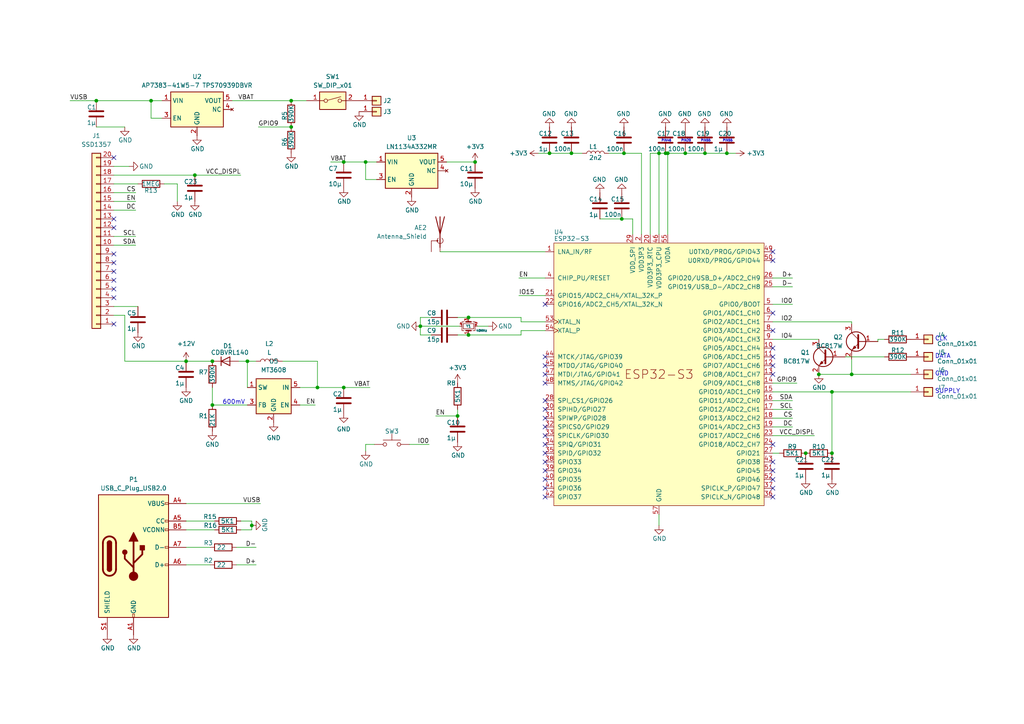
<source format=kicad_sch>
(kicad_sch (version 20230121) (generator eeschema)
  (paper "A4")
  (lib_symbols
    (symbol "Connector:USB_C_Plug_USB2.0" (pin_names (offset 1.016))
      (property "Reference" "P" (at -10.16 19.05 0))
      (property "Value" "USB_C_Plug_USB2.0" (at 12.7 19.05 0))
      (symbol "USB_C_Plug_USB2.0_1_1"
        (pin passive line (at 0 -22.86 90) (length 5.08) (name "GND") (number "A1"))
        (pin passive line (at 0 -22.86 90) (length 5.08) hide (name "GND") (number "A12"))
        (pin passive line (at 15.24 15.24 180) (length 5.08) (name "VBUS") (number "A4"))
        (pin bidirectional line (at 15.24 10.16 180) (length 5.08) (name "CC") (number "A5"))
        (pin bidirectional line (at 15.24 -2.54 180) (length 5.08) (name "D+") (number "A6"))
        (pin bidirectional line (at 15.24 2.54 180) (length 5.08) (name "D-") (number "A7"))
        (pin passive line (at 15.24 15.24 180) (length 5.08) hide (name "VBUS") (number "A9"))
        (pin passive line (at 0 -22.86 90) (length 5.08) hide (name "GND") (number "B1"))
        (pin passive line (at 0 -22.86 90) (length 5.08) hide (name "GND") (number "B12"))
        (pin passive line (at 15.24 15.24 180) (length 5.08) hide (name "VBUS") (number "B4"))
        (pin bidirectional line (at 15.24 7.62 180) (length 5.08) (name "VCONN") (number "B5"))
        (pin passive line (at 15.24 15.24 180) (length 5.08) hide (name "VBUS") (number "B9"))
        (pin passive line (at -7.62 -22.86 90) (length 5.08) (name "SHIELD") (number "S1"))
      )
    )
    (symbol "Connector_Generic:Conn_01x01" (pin_names (offset 1.016) hide)
      (property "Reference" "J" (at 0 2.54 0))
      (property "Value" "Conn_01x01" (at 0 -2.54 0))
      (symbol "Conn_01x01_1_1"
        (pin passive line (at -5.08 0 0) (length 3.81) (name "Pin_1") (number "1"))
      )
    )
    (symbol "Connector_Generic:Conn_01x20" (pin_names (offset 1.016) hide)
      (property "Reference" "J" (at 0 25.4 0))
      (property "Value" "Conn_01x20" (at 0 -27.94 0))
      (symbol "Conn_01x20_1_1"
        (pin passive line (at -5.08 22.86 0) (length 3.81) (name "Pin_1") (number "1"))
        (pin passive line (at -5.08 0 0) (length 3.81) (name "Pin_10") (number "10"))
        (pin passive line (at -5.08 -2.54 0) (length 3.81) (name "Pin_11") (number "11"))
        (pin passive line (at -5.08 -5.08 0) (length 3.81) (name "Pin_12") (number "12"))
        (pin passive line (at -5.08 -7.62 0) (length 3.81) (name "Pin_13") (number "13"))
        (pin passive line (at -5.08 -10.16 0) (length 3.81) (name "Pin_14") (number "14"))
        (pin passive line (at -5.08 -12.7 0) (length 3.81) (name "Pin_15") (number "15"))
        (pin passive line (at -5.08 -15.24 0) (length 3.81) (name "Pin_16") (number "16"))
        (pin passive line (at -5.08 -17.78 0) (length 3.81) (name "Pin_17") (number "17"))
        (pin passive line (at -5.08 -20.32 0) (length 3.81) (name "Pin_18") (number "18"))
        (pin passive line (at -5.08 -22.86 0) (length 3.81) (name "Pin_19") (number "19"))
        (pin passive line (at -5.08 20.32 0) (length 3.81) (name "Pin_2") (number "2"))
        (pin passive line (at -5.08 -25.4 0) (length 3.81) (name "Pin_20") (number "20"))
        (pin passive line (at -5.08 17.78 0) (length 3.81) (name "Pin_3") (number "3"))
        (pin passive line (at -5.08 15.24 0) (length 3.81) (name "Pin_4") (number "4"))
        (pin passive line (at -5.08 12.7 0) (length 3.81) (name "Pin_5") (number "5"))
        (pin passive line (at -5.08 10.16 0) (length 3.81) (name "Pin_6") (number "6"))
        (pin passive line (at -5.08 7.62 0) (length 3.81) (name "Pin_7") (number "7"))
        (pin passive line (at -5.08 5.08 0) (length 3.81) (name "Pin_8") (number "8"))
        (pin passive line (at -5.08 2.54 0) (length 3.81) (name "Pin_9") (number "9"))
      )
    )
    (symbol "Device:Antenna_Shield" (pin_numbers hide) (pin_names (offset 1.016) hide)
      (property "Reference" "AE" (at -1.905 4.445 0))
      (property "Value" "Antenna_Shield" (at -1.905 2.54 0))
      (symbol "Antenna_Shield_1_1"
        (pin input line (at 0 -5.08 90) (length 2.54) (name "A") (number "1"))
        (pin input line (at 2.54 -5.08 90) (length 2.54) (name "Shield") (number "2"))
      )
    )
    (symbol "Device:C" (pin_numbers hide) (pin_names (offset 0.254))
      (property "Reference" "C" (at 0.635 2.54 0))
      (property "Value" "C" (at 0.635 -2.54 0))
      (symbol "C_1_1"
        (pin passive line (at 0 3.81 270) (length 2.794) (name "~") (number "1"))
        (pin passive line (at 0 -3.81 90) (length 2.794) (name "~") (number "2"))
      )
    )
    (symbol "Device:Crystal_GND24_Small" (pin_names (offset 1.016) hide)
      (property "Reference" "Y" (at 1.27 4.445 0))
      (property "Value" "Crystal_GND24_Small" (at 1.27 2.54 0))
      (symbol "Crystal_GND24_Small_1_1"
        (pin passive line (at -2.54 0 0) (length 1.27) (name "1") (number "1"))
        (pin passive line (at 0 -2.54 90) (length 0.635) (name "2") (number "2"))
        (pin passive line (at 2.54 0 180) (length 1.27) (name "3") (number "3"))
        (pin passive line (at 0 2.54 270) (length 0.635) (name "4") (number "4"))
      )
    )
    (symbol "Device:D" (pin_numbers hide) (pin_names (offset 1.016) hide)
      (property "Reference" "D" (at 0 2.54 0))
      (property "Value" "D" (at 0 -2.54 0))
      (symbol "D_1_1"
        (pin passive line (at -3.81 0 0) (length 2.54) (name "K") (number "1"))
        (pin passive line (at 3.81 0 180) (length 2.54) (name "A") (number "2"))
      )
    )
    (symbol "Device:L" (pin_numbers hide) (pin_names (offset 1.016) hide)
      (property "Reference" "L" (at -1.27 0 90))
      (property "Value" "L" (at 1.905 0 90))
      (symbol "L_1_1"
        (pin passive line (at 0 3.81 270) (length 1.27) (name "1") (number "1"))
        (pin passive line (at 0 -3.81 90) (length 1.27) (name "2") (number "2"))
      )
    )
    (symbol "Device:R" (pin_numbers hide) (pin_names (offset 0))
      (property "Reference" "R" (at 2.032 0 90))
      (property "Value" "R" (at 0 0 90))
      (symbol "R_1_1"
        (pin passive line (at 0 3.81 270) (length 1.27) (name "~") (number "1"))
        (pin passive line (at 0 -3.81 90) (length 1.27) (name "~") (number "2"))
      )
    )
    (symbol "PCM_Espressif:ESP32-S3" (pin_names (offset 1.016))
      (property "Reference" "U" (at -30.48 43.18 0))
      (property "Value" "ESP32-S3" (at -30.48 40.64 0))
      (symbol "ESP32-S3_0_0"
        (text "ESP32-S3" (at 0 0 0) (effects (font (size 2.54 2.54))))
        (pin bidirectional line (at 33.02 -35.56 180) (length 2.54) (name "SPICLK_N/GPIO48") (number "36"))
        (pin bidirectional line (at 33.02 -33.02 180) (length 2.54) (name "SPICLK_P/GPIO47") (number "37"))
      )
      (symbol "ESP32-S3_1_1"
        (pin bidirectional line (at -33.02 35.56 0) (length 2.54) (name "LNA_IN/RF") (number "1"))
        (pin bidirectional line (at 33.02 7.62 180) (length 2.54) (name "GPIO5/ADC1_CH4") (number "10"))
        (pin bidirectional line (at 33.02 5.08 180) (length 2.54) (name "GPIO6/ADC1_CH5") (number "11"))
        (pin bidirectional line (at 33.02 2.54 180) (length 2.54) (name "GPIO7/ADC1_CH6") (number "12"))
        (pin bidirectional line (at 33.02 0 180) (length 2.54) (name "GPIO8/ADC1_CH7") (number "13"))
        (pin bidirectional line (at 33.02 -2.54 180) (length 2.54) (name "GPIO9/ADC1_CH8") (number "14"))
        (pin bidirectional line (at 33.02 -5.08 180) (length 2.54) (name "GPIO10/ADC1_CH9") (number "15"))
        (pin bidirectional line (at 33.02 -7.62 180) (length 2.54) (name "GPIO11/ADC2_CH0") (number "16"))
        (pin bidirectional line (at 33.02 -10.16 180) (length 2.54) (name "GPIO12/ADC2_CH1") (number "17"))
        (pin bidirectional line (at 33.02 -12.7 180) (length 2.54) (name "GPIO13/ADC2_CH2") (number "18"))
        (pin bidirectional line (at 33.02 -15.24 180) (length 2.54) (name "GPIO14/ADC2_CH3") (number "19"))
        (pin power_in line (at -5.08 40.64 270) (length 2.54) (name "VDD3P3") (number "2"))
        (pin power_in line (at -2.54 40.64 270) (length 2.54) (name "VDD3P3_RTC") (number "20"))
        (pin bidirectional line (at -33.02 22.86 0) (length 2.54) (name "GPIO15/ADC2_CH4/XTAL_32K_P") (number "21"))
        (pin bidirectional line (at -33.02 20.32 0) (length 2.54) (name "GPIO16/ADC2_CH5/XTAL_32K_N") (number "22"))
        (pin bidirectional line (at 33.02 -17.78 180) (length 2.54) (name "GPIO17/ADC2_CH6") (number "23"))
        (pin bidirectional line (at 33.02 -20.32 180) (length 2.54) (name "GPIO18/ADC2_CH7") (number "24"))
        (pin bidirectional line (at 33.02 25.4 180) (length 2.54) (name "GPIO19/USB_D-/ADC2_CH8") (number "25"))
        (pin bidirectional line (at 33.02 27.94 180) (length 2.54) (name "GPIO20/USB_D+/ADC2_CH9") (number "26"))
        (pin bidirectional line (at 33.02 -22.86 180) (length 2.54) (name "GPIO21") (number "27"))
        (pin bidirectional line (at -33.02 -7.62 0) (length 2.54) (name "SPI_CS1/GPIO26") (number "28"))
        (pin power_out line (at -7.62 40.64 270) (length 2.54) (name "VDD_SPI") (number "29"))
        (pin power_in line (at -5.08 40.64 270) (length 2.54) hide (name "VDD3P3") (number "3"))
        (pin bidirectional line (at -33.02 -10.16 0) (length 2.54) (name "SPIHD/GPIO27") (number "30"))
        (pin bidirectional line (at -33.02 -12.7 0) (length 2.54) (name "SPIWP/GPIO28") (number "31"))
        (pin bidirectional line (at -33.02 -15.24 0) (length 2.54) (name "SPICS0/GPIO29") (number "32"))
        (pin bidirectional line (at -33.02 -17.78 0) (length 2.54) (name "SPICLK/GPIO30") (number "33"))
        (pin bidirectional line (at -33.02 -20.32 0) (length 2.54) (name "SPIQ/GPIO31") (number "34"))
        (pin bidirectional line (at -33.02 -22.86 0) (length 2.54) (name "SPID/GPIO32") (number "35"))
        (pin bidirectional line (at -33.02 -25.4 0) (length 2.54) (name "GPIO33") (number "38"))
        (pin bidirectional line (at -33.02 -27.94 0) (length 2.54) (name "GPIO34") (number "39"))
        (pin input line (at -33.02 27.94 0) (length 2.54) (name "CHIP_PU/RESET") (number "4"))
        (pin bidirectional line (at -33.02 -30.48 0) (length 2.54) (name "GPIO35") (number "40"))
        (pin bidirectional line (at -33.02 -33.02 0) (length 2.54) (name "GPIO36") (number "41"))
        (pin bidirectional line (at -33.02 -35.56 0) (length 2.54) (name "GPIO37") (number "42"))
        (pin bidirectional line (at 33.02 -25.4 180) (length 2.54) (name "GPIO38") (number "43"))
        (pin bidirectional line (at -33.02 5.08 0) (length 2.54) (name "MTCK/JTAG/GPIO39") (number "44"))
        (pin bidirectional line (at -33.02 2.54 0) (length 2.54) (name "MTDO/JTAG/GPIO40") (number "45"))
        (pin power_in line (at 0 40.64 270) (length 2.54) (name "VDD3P3_CPU") (number "46"))
        (pin bidirectional line (at -33.02 0 0) (length 2.54) (name "MTDI/JTAG/GPIO41") (number "47"))
        (pin bidirectional line (at -33.02 -2.54 0) (length 2.54) (name "MTMS/JTAG/GPIO42") (number "48"))
        (pin bidirectional line (at 33.02 35.56 180) (length 2.54) (name "U0TXD/PROG/GPIO43") (number "49"))
        (pin bidirectional line (at 33.02 20.32 180) (length 2.54) (name "GPIO0/BOOT") (number "5"))
        (pin bidirectional line (at 33.02 33.02 180) (length 2.54) (name "U0RXD/PROG/GPIO44") (number "50"))
        (pin bidirectional line (at 33.02 -27.94 180) (length 2.54) (name "GPIO45") (number "51"))
        (pin bidirectional line (at 33.02 -30.48 180) (length 2.54) (name "GPIO46") (number "52"))
        (pin input clock (at -33.02 15.24 0) (length 2.54) (name "XTAL_N") (number "53"))
        (pin output clock (at -33.02 12.7 0) (length 2.54) (name "XTAL_P") (number "54"))
        (pin power_in line (at 2.54 40.64 270) (length 2.54) (name "VDDA") (number "55"))
        (pin passive line (at 2.54 40.64 270) (length 2.54) hide (name "VDDA") (number "56"))
        (pin power_in line (at 0 -40.64 90) (length 2.54) (name "GND") (number "57"))
        (pin bidirectional line (at 33.02 17.78 180) (length 2.54) (name "GPIO1/ADC1_CH0") (number "6"))
        (pin bidirectional line (at 33.02 15.24 180) (length 2.54) (name "GPIO2/ADC1_CH1") (number "7"))
        (pin bidirectional line (at 33.02 12.7 180) (length 2.54) (name "GPIO3/ADC1_CH2") (number "8"))
        (pin bidirectional line (at 33.02 10.16 180) (length 2.54) (name "GPIO4/ADC1_CH3") (number "9"))
      )
    )
    (symbol "Regulator_Switching:MT3608"
      (property "Reference" "U" (at -2.54 8.89 0))
      (property "Value" "MT3608" (at -3.81 6.35 0))
      (symbol "MT3608_1_1"
        (pin passive line (at 7.62 2.54 180) (length 2.54) (name "SW") (number "1"))
        (pin power_in line (at 0 -7.62 90) (length 2.54) (name "GND") (number "2"))
        (pin input line (at 7.62 -2.54 180) (length 2.54) (name "FB") (number "3"))
        (pin input line (at -7.62 -2.54 0) (length 2.54) (name "EN") (number "4"))
        (pin power_in line (at -7.62 2.54 0) (length 2.54) (name "IN") (number "5"))
        (pin no_connect line (at 5.08 0 180) (length 2.54) hide (name "NC") (number "6"))
      )
    )
    (symbol "Switch:SW_DIP_x01" (pin_names (offset 0) hide)
      (property "Reference" "SW" (at 0 3.81 0))
      (property "Value" "SW_DIP_x01" (at 0 -3.81 0))
      (symbol "SW_DIP_x01_1_1"
        (pin passive line (at -7.62 0 0) (length 5.08) (name "~") (number "1"))
        (pin passive line (at 7.62 0 180) (length 5.08) (name "~") (number "2"))
      )
    )
    (symbol "Switch:SW_Push" (pin_numbers hide) (pin_names (offset 1.016) hide)
      (property "Reference" "SW" (at 1.27 2.54 0))
      (property "Value" "SW_Push" (at 0 -1.524 0))
      (symbol "SW_Push_0_1"
        (pin passive line (at -5.08 0 0) (length 2.54) (name "1") (number "1"))
        (pin passive line (at 5.08 0 180) (length 2.54) (name "2") (number "2"))
      )
    )
    (symbol "TheBrutzlers_Lib:LN1134A332MR"
      (property "Reference" "U" (at 0 8.89 0))
      (property "Value" "LN1134A332MR" (at 0 6.35 0))
      (symbol "LN1134A332MR_1_1"
        (pin power_in line (at -10.16 2.54 0) (length 2.54) (name "VIN") (number "1"))
        (pin power_in line (at 0 -7.62 90) (length 2.54) (name "GND") (number "2"))
        (pin input line (at -10.16 -2.54 0) (length 2.54) (name "EN") (number "3"))
        (pin no_connect line (at 10.16 0 180) (length 2.54) (name "NC") (number "4"))
        (pin power_out line (at 10.16 2.54 180) (length 2.54) (name "VOUT") (number "5"))
      )
    )
    (symbol "Transistor_BJT:BC817W" (pin_names (offset 0) hide)
      (property "Reference" "Q" (at 5.08 1.905 0))
      (property "Value" "BC817W" (at 5.08 0 0))
      (symbol "BC817W_1_1"
        (pin input line (at -5.08 0 0) (length 5.715) (name "B") (number "1"))
        (pin passive line (at 2.54 -5.08 90) (length 2.54) (name "E") (number "2"))
        (pin passive line (at 2.54 5.08 270) (length 2.54) (name "C") (number "3"))
      )
    )
    (symbol "power:+12V" (power) (pin_names (offset 0))
      (property "Value" "+12V" (at 0 3.556 0))
      (symbol "+12V_1_1"
        (pin power_in line (at 0 0 90) (length 0) hide (name "+12V") (number "1"))
      )
    )
    (symbol "power:+3V3" (power) (pin_names (offset 0))
      (property "Value" "+3V3" (at 0 3.556 0))
      (symbol "+3V3_1_1"
        (pin power_in line (at 0 0 90) (length 0) hide (name "+3V3") (number "1"))
      )
    )
    (symbol "power:GND" (power) (pin_names (offset 0))
      (property "Value" "GND" (at 0 -3.81 0))
      (symbol "GND_1_1"
        (pin power_in line (at 0 0 270) (length 0) hide (name "GND") (number "1"))
      )
    )
  )
  (junction (at 135.89 97.155))
  (junction (at 241.3 113.665))
  (junction (at 106.045 46.99))
  (junction (at 135.89 92.075))
  (junction (at 210.82 44.45))
  (junction (at 165.735 44.45))
  (junction (at 84.455 29.21))
  (junction (at 132.715 120.65))
  (junction (at 27.94 29.21))
  (junction (at 233.68 131.445))
  (junction (at 92.075 112.395))
  (junction (at 193.675 44.45))
  (junction (at 237.49 108.585))
  (junction (at 198.755 44.45))
  (junction (at 99.695 46.99))
  (junction (at 204.47 44.45))
  (junction (at 56.515 50.8))
  (junction (at 61.595 104.775))
  (junction (at 191.135 44.45))
  (junction (at 159.385 44.45))
  (junction (at 180.975 44.45))
  (junction (at 137.795 46.99))
  (junction (at 121.92 94.615))
  (junction (at 247.015 108.585))
  (junction (at 193.04 44.45))
  (junction (at 84.455 36.83))
  (junction (at 99.695 112.395))
  (junction (at 71.755 104.775))
  (junction (at 61.595 117.475))
  (junction (at 241.3 131.445))
  (junction (at 180.34 63.5))
  (junction (at 53.975 104.775))
  (junction (at 43.815 29.21))
  (junction (at 73.025 152.4))
  (no_connect (at 33.02 76.2))
  (no_connect (at 224.155 144.145))
  (no_connect (at 158.115 131.445))
  (no_connect (at 33.02 45.72))
  (no_connect (at 158.115 139.065))
  (no_connect (at 224.155 133.985))
  (no_connect (at 158.115 136.525))
  (no_connect (at 224.155 75.565))
  (no_connect (at 224.155 73.025))
  (no_connect (at 158.115 128.905))
  (no_connect (at 224.155 95.885))
  (no_connect (at 33.02 63.5))
  (no_connect (at 224.155 108.585))
  (no_connect (at 224.155 139.065))
  (no_connect (at 158.115 118.745))
  (no_connect (at 158.115 106.045))
  (no_connect (at 224.155 90.805))
  (no_connect (at 158.115 144.145))
  (no_connect (at 224.155 103.505))
  (no_connect (at 33.02 73.66))
  (no_connect (at 224.155 141.605))
  (no_connect (at 224.155 106.045))
  (no_connect (at 224.155 136.525))
  (no_connect (at 158.115 141.605))
  (no_connect (at 158.115 123.825))
  (no_connect (at 158.115 88.265))
  (no_connect (at 33.02 78.74))
  (no_connect (at 33.02 83.82))
  (no_connect (at 158.115 111.125))
  (no_connect (at 158.115 126.365))
  (no_connect (at 33.02 93.98))
  (no_connect (at 158.115 121.285))
  (no_connect (at 33.02 81.28))
  (no_connect (at 158.115 103.505))
  (no_connect (at 224.155 128.905))
  (no_connect (at 33.02 66.04))
  (no_connect (at 33.02 86.36))
  (no_connect (at 158.115 108.585))
  (no_connect (at 158.115 133.985))
  (no_connect (at 224.155 100.965))
  (no_connect (at 158.115 116.205))
  (wire (pts (xy 20.32 29.21) (xy 27.94 29.21)))
  (wire (pts (xy 53.975 158.75) (xy 60.96 158.75)))
  (wire (pts (xy 121.92 94.615) (xy 133.35 94.615)))
  (wire (pts (xy 73.025 153.67) (xy 69.85 153.67)))
  (wire (pts (xy 247.015 108.585) (xy 264.16 108.585)))
  (wire (pts (xy 224.155 88.265) (xy 229.87 88.265)))
  (wire (pts (xy 173.99 63.5) (xy 180.34 63.5)))
  (wire (pts (xy 254.635 98.425) (xy 256.54 98.425)))
  (wire (pts (xy 53.975 153.67) (xy 62.23 153.67)))
  (wire (pts (xy 191.135 152.4) (xy 191.135 149.225)))
  (wire (pts (xy 71.755 104.775) (xy 69.215 104.775)))
  (wire (pts (xy 229.87 118.745) (xy 224.155 118.745)))
  (wire (pts (xy 33.02 58.42) (xy 39.37 58.42)))
  (wire (pts (xy 180.34 63.5) (xy 183.515 63.5)))
  (wire (pts (xy 33.02 88.9) (xy 40.005 88.9)))
  (wire (pts (xy 73.025 152.4) (xy 73.025 153.67)))
  (wire (pts (xy 247.015 93.98) (xy 247.015 93.345)))
  (wire (pts (xy 109.22 52.07) (xy 106.045 52.07)))
  (wire (pts (xy 121.92 92.075) (xy 121.92 94.615)))
  (wire (pts (xy 224.155 111.125) (xy 231.14 111.125)))
  (wire (pts (xy 61.595 112.395) (xy 61.595 117.475)))
  (wire (pts (xy 165.735 44.45) (xy 168.91 44.45)))
  (wire (pts (xy 71.755 117.475) (xy 61.595 117.475)))
  (wire (pts (xy 158.115 80.645) (xy 150.495 80.645)))
  (wire (pts (xy 47.625 53.34) (xy 51.435 53.34)))
  (wire (pts (xy 135.89 92.075) (xy 151.13 92.075)))
  (wire (pts (xy 180.975 44.45) (xy 186.055 44.45)))
  (wire (pts (xy 264.16 113.665) (xy 241.3 113.665)))
  (wire (pts (xy 188.595 44.45) (xy 188.595 67.945)))
  (wire (pts (xy 254.635 98.425) (xy 254.635 99.06)))
  (wire (pts (xy 226.06 131.445) (xy 224.155 131.445)))
  (wire (pts (xy 53.975 146.05) (xy 75.565 146.05)))
  (wire (pts (xy 92.075 112.395) (xy 99.695 112.395)))
  (wire (pts (xy 193.675 44.45) (xy 198.755 44.45)))
  (wire (pts (xy 127.635 73.025) (xy 158.115 73.025)))
  (wire (pts (xy 92.075 104.775) (xy 92.075 112.395)))
  (wire (pts (xy 191.135 44.45) (xy 193.04 44.45)))
  (wire (pts (xy 224.155 98.425) (xy 237.49 98.425)))
  (wire (pts (xy 204.47 44.45) (xy 210.82 44.45)))
  (wire (pts (xy 151.13 97.155) (xy 135.89 97.155)))
  (wire (pts (xy 33.02 91.44) (xy 36.195 91.44)))
  (wire (pts (xy 198.755 44.45) (xy 204.47 44.45)))
  (wire (pts (xy 118.745 128.905) (xy 124.46 128.905)))
  (wire (pts (xy 247.015 104.14) (xy 247.015 108.585)))
  (wire (pts (xy 151.13 95.885) (xy 151.13 97.155)))
  (wire (pts (xy 191.135 44.45) (xy 191.135 67.945)))
  (wire (pts (xy 245.11 103.505) (xy 256.54 103.505)))
  (wire (pts (xy 68.58 163.83) (xy 74.295 163.83)))
  (wire (pts (xy 183.515 63.5) (xy 183.515 67.945)))
  (wire (pts (xy 71.755 112.395) (xy 71.755 104.775)))
  (wire (pts (xy 159.385 44.45) (xy 165.735 44.45)))
  (wire (pts (xy 121.92 97.155) (xy 125.095 97.155)))
  (wire (pts (xy 84.455 29.21) (xy 88.9 29.21)))
  (wire (pts (xy 138.43 94.615) (xy 141.605 94.615)))
  (wire (pts (xy 33.02 55.88) (xy 39.37 55.88)))
  (wire (pts (xy 237.49 108.585) (xy 247.015 108.585)))
  (wire (pts (xy 56.515 50.8) (xy 69.85 50.8)))
  (wire (pts (xy 151.13 92.075) (xy 151.13 93.345)))
  (wire (pts (xy 51.435 53.34) (xy 51.435 58.42)))
  (wire (pts (xy 95.885 46.99) (xy 99.695 46.99)))
  (wire (pts (xy 33.02 71.12) (xy 39.37 71.12)))
  (wire (pts (xy 46.99 34.29) (xy 43.815 34.29)))
  (wire (pts (xy 125.095 92.075) (xy 121.92 92.075)))
  (wire (pts (xy 99.695 112.395) (xy 107.315 112.395)))
  (wire (pts (xy 43.815 29.21) (xy 46.99 29.21)))
  (wire (pts (xy 132.715 118.745) (xy 132.715 120.65)))
  (wire (pts (xy 33.02 60.96) (xy 39.37 60.96)))
  (wire (pts (xy 106.045 46.99) (xy 109.22 46.99)))
  (wire (pts (xy 241.3 113.665) (xy 241.3 131.445)))
  (wire (pts (xy 132.715 92.075) (xy 135.89 92.075)))
  (wire (pts (xy 186.055 44.45) (xy 186.055 67.945)))
  (wire (pts (xy 156.21 44.45) (xy 159.385 44.45)))
  (wire (pts (xy 27.94 36.83) (xy 36.195 36.83)))
  (wire (pts (xy 27.94 29.21) (xy 43.815 29.21)))
  (wire (pts (xy 86.995 117.475) (xy 91.44 117.475)))
  (wire (pts (xy 121.92 94.615) (xy 121.92 97.155)))
  (wire (pts (xy 81.915 104.775) (xy 92.075 104.775)))
  (wire (pts (xy 150.495 85.725) (xy 158.115 85.725)))
  (wire (pts (xy 158.115 95.885) (xy 151.13 95.885)))
  (wire (pts (xy 74.295 104.775) (xy 71.755 104.775)))
  (wire (pts (xy 99.695 46.99) (xy 106.045 46.99)))
  (wire (pts (xy 61.595 104.775) (xy 53.975 104.775)))
  (wire (pts (xy 229.87 116.205) (xy 224.155 116.205)))
  (wire (pts (xy 69.85 151.13) (xy 73.025 151.13)))
  (wire (pts (xy 36.195 104.775) (xy 53.975 104.775)))
  (wire (pts (xy 36.195 91.44) (xy 36.195 104.775)))
  (wire (pts (xy 68.58 158.75) (xy 74.295 158.75)))
  (wire (pts (xy 106.045 52.07) (xy 106.045 46.99)))
  (wire (pts (xy 53.975 151.13) (xy 62.23 151.13)))
  (wire (pts (xy 224.155 93.345) (xy 247.015 93.345)))
  (wire (pts (xy 92.075 112.395) (xy 86.995 112.395)))
  (wire (pts (xy 129.54 46.99) (xy 137.795 46.99)))
  (wire (pts (xy 33.02 68.58) (xy 39.37 68.58)))
  (wire (pts (xy 74.93 36.83) (xy 84.455 36.83)))
  (wire (pts (xy 43.815 34.29) (xy 43.815 29.21)))
  (wire (pts (xy 53.975 163.83) (xy 60.96 163.83)))
  (wire (pts (xy 193.04 44.45) (xy 193.675 44.45)))
  (wire (pts (xy 224.155 83.185) (xy 229.87 83.185)))
  (wire (pts (xy 224.155 80.645) (xy 229.87 80.645)))
  (wire (pts (xy 176.53 44.45) (xy 180.975 44.45)))
  (wire (pts (xy 67.31 29.21) (xy 84.455 29.21)))
  (wire (pts (xy 106.045 128.905) (xy 106.045 130.81)))
  (wire (pts (xy 108.585 128.905) (xy 106.045 128.905)))
  (wire (pts (xy 224.155 121.285) (xy 229.87 121.285)))
  (wire (pts (xy 132.715 120.65) (xy 126.365 120.65)))
  (wire (pts (xy 193.675 44.45) (xy 193.675 67.945)))
  (wire (pts (xy 33.02 53.34) (xy 40.005 53.34)))
  (wire (pts (xy 213.36 44.45) (xy 210.82 44.45)))
  (wire (pts (xy 224.155 123.825) (xy 229.87 123.825)))
  (wire (pts (xy 73.025 151.13) (xy 73.025 152.4)))
  (wire (pts (xy 132.715 97.155) (xy 135.89 97.155)))
  (wire (pts (xy 224.155 113.665) (xy 241.3 113.665)))
  (wire (pts (xy 188.595 44.45) (xy 191.135 44.45)))
  (wire (pts (xy 224.155 126.365) (xy 236.22 126.365)))
  (wire (pts (xy 33.02 50.8) (xy 56.515 50.8)))
  (wire (pts (xy 151.13 93.345) (xy 158.115 93.345)))
  (wire (pts (xy 33.02 48.26) (xy 37.465 48.26)))
  (text "PIN20" (at 197.485 41.275 0) (effects (font (size 0.635 0.635)) (justify left bottom)))
  (text "DATA" (at 271.145 104.14 0) (effects (font (size 1.27 1.27)) (justify left bottom)))
  (text "SUPPLY" (at 271.145 114.3 0) (effects (font (size 1.27 1.27)) (justify left bottom)))
  (text "PIN55" (at 203.2 41.275 0) (effects (font (size 0.635 0.635)) (justify left bottom)))
  (text "PIN55" (at 209.55 41.275 0) (effects (font (size 0.635 0.635)) (justify left bottom)))
  (text "CLK" (at 271.145 99.06 0) (effects (font (size 1.27 1.27)) (justify left bottom)))
  (text "600mV" (at 71.12 117.475 0) (effects (font (size 1.27 1.27)) (justify right bottom)))
  (text "PIN46" (at 191.77 41.275 0) (effects (font (size 0.635 0.635)) (justify left bottom)))
  (text "GND" (at 271.145 109.22 0) (effects (font (size 1.27 1.27)) (justify left bottom)))
  (label "EN" (at 126.365 120.65 0))
  (label "DC" (at 229.87 123.825 180))
  (label "SDA" (at 39.37 71.12 180))
  (label "VBAT" (at 95.885 46.99 0))
  (label "IO4" (at 229.87 98.425 180))
  (label "VBAT" (at 73.66 29.21 180))
  (label "DC" (at 39.37 60.96 180))
  (label "SCL" (at 229.87 118.745 180))
  (label "CS" (at 39.37 55.88 180))
  (label "VUSB" (at 75.565 146.05 180))
  (label "GPIO9" (at 231.14 111.125 180))
  (label "GPIO9" (at 74.93 36.83 0))
  (label "D-" (at 74.295 158.75 180))
  (label "VCC_DISPL" (at 69.85 50.8 180))
  (label "CS" (at 229.87 121.285 180))
  (label "VBAT" (at 107.315 112.395 180))
  (label "IO0" (at 124.46 128.905 180))
  (label "IO15" (at 150.495 85.725 0))
  (label "EN" (at 150.495 80.645 0))
  (label "VUSB" (at 20.32 29.21 0))
  (label "D-" (at 229.87 83.185 180))
  (label "D+" (at 74.295 163.83 180))
  (label "VCC_DISPL" (at 236.22 126.365 180))
  (label "EN" (at 91.44 117.475 180))
  (label "D+" (at 229.87 80.645 180))
  (label "SCL" (at 39.37 68.58 180))
  (label "SDA" (at 229.87 116.205 180))
  (label "IO0" (at 229.87 88.265 180))
  (label "EN" (at 39.37 58.42 180))
  (label "IO2" (at 229.87 93.345 180))
  (symbol (lib_id "Device:C") (at 180.975 40.64 0) (unit 1)
    (property "Reference" "C16" (at 177.8 38.735 0) (effects (justify left)))
    (property "Value" "100n" (at 175.895 43.18 0) (effects (justify left)))
    (property "Footprint" "Resistor_SMD:R_0402_1005Metric" (effects hide))
    (property "LCSC" "C1581" (effects hide))
  )
  (symbol (lib_id "power:GND") (at 210.82 36.83 180) (unit 1)
    (property "Reference" "#PWR031" (effects hide))
    (property "Value" "GND" (at 212.725 33.02 0) (effects (justify left)))
  )
  (symbol (lib_id "power:GND") (at 204.47 36.83 180) (unit 1)
    (property "Reference" "#PWR030" (effects hide))
    (property "Value" "GND" (at 206.375 33.02 0) (effects (justify left)))
  )
  (symbol (lib_id "Device:R") (at 61.595 108.585 0) (mirror y) (unit 1)
    (property "Reference" "R7" (at 60.325 107.95 0) (effects (justify left)))
    (property "Value" "390K" (at 61.595 111.125 90) (effects (justify left)))
    (property "Footprint" "Resistor_SMD:R_0402_1005Metric" (effects hide))
    (property "LCSC" "C2906936" (effects hide))
  )
  (symbol (lib_id "Connector_Generic:Conn_01x01") (at 269.24 98.425 0) (unit 1)
    (property "Reference" "J4" (at 271.78 97.155 0) (effects (justify left)))
    (property "Value" "Conn_01x01" (at 271.78 99.695 0) (effects (justify left)))
    (property "Footprint" "TestPoint:TestPoint_Pad_D1.0mm" (effects hide))
    (property "LCSC" "nc" (effects hide))
  )
  (symbol (lib_id "Device:C") (at 198.755 40.64 0) (unit 1)
    (property "Reference" "C18" (at 194.945 38.735 0) (effects (justify left)))
    (property "Value" "100n" (at 193.675 43.18 0) (effects (justify left)))
    (property "Footprint" "Resistor_SMD:R_0402_1005Metric" (effects hide))
    (property "LCSC" "C1581" (effects hide))
  )
  (symbol (lib_id "Device:C") (at 173.99 59.69 0) (unit 1)
    (property "Reference" "C14" (at 170.815 57.785 0) (effects (justify left)))
    (property "Value" "1µ" (at 170.815 62.23 0) (effects (justify left)))
    (property "Footprint" "Resistor_SMD:R_0402_1005Metric" (effects hide))
    (property "LCSC" "C307413" (effects hide))
  )
  (symbol (lib_id "Device:C") (at 233.68 135.255 0) (unit 1)
    (property "Reference" "C21" (at 230.505 133.35 0) (effects (justify left)))
    (property "Value" "1µ" (at 230.505 137.795 0) (effects (justify left)))
    (property "Footprint" "Resistor_SMD:R_0402_1005Metric" (effects hide))
    (property "LCSC" "C307413" (effects hide))
  )
  (symbol (lib_id "Device:L") (at 172.72 44.45 90) (unit 1)
    (property "Reference" "L1" (at 172.085 42.545 90))
    (property "Value" "2n2" (at 172.72 45.72 90))
    (property "Footprint" "Inductor_SMD:L_0402_1005Metric" (effects hide))
    (property "LCSC" "C27122" (effects hide))
  )
  (symbol (lib_id "Device:C") (at 27.94 33.02 180) (unit 1)
    (property "Reference" "C1" (at 27.94 31.115 0) (effects (justify left)))
    (property "Value" "1µ" (at 27.94 35.56 0) (effects (justify left)))
    (property "Footprint" "Resistor_SMD:R_0402_1005Metric" (effects hide))
    (property "LCSC" "C307413" (effects hide))
  )
  (symbol (lib_id "power:GND") (at 79.375 122.555 0) (mirror y) (unit 1)
    (property "Reference" "#PWR09" (effects hide))
    (property "Value" "GND" (at 79.375 127 0))
  )
  (symbol (lib_id "Device:Antenna_Shield") (at 127.635 67.945 0) (mirror y) (unit 1)
    (property "Reference" "AE2" (at 123.825 66.04 0) (effects (justify left)))
    (property "Value" "Antenna_Shield" (at 123.825 68.58 0) (effects (justify left)))
    (property "Footprint" "TheBrutzlers_Lib:RFANT5220110A2T" (effects hide))
    (property "LCSC" "C201761" (effects hide))
  )
  (symbol (lib_id "Device:R") (at 260.35 98.425 270) (unit 1)
    (property "Reference" "R11" (at 258.445 96.52 90) (effects (justify left)))
    (property "Value" "390K" (at 257.81 98.425 90) (effects (justify left)))
    (property "Footprint" "Resistor_SMD:R_0402_1005Metric" (effects hide))
    (property "LCSC" "C2906936" (effects hide))
  )
  (symbol (lib_id "Device:R") (at 66.04 151.13 90) (unit 1)
    (property "Reference" "R15" (at 62.865 149.86 90) (effects (justify left)))
    (property "Value" "5K1" (at 67.945 151.13 90) (effects (justify left)))
    (property "Footprint" "Resistor_SMD:R_0402_1005Metric" (effects hide))
    (property "LCSC" "C25905" (effects hide))
  )
  (symbol (lib_id "Device:R") (at 229.87 131.445 90) (unit 1)
    (property "Reference" "R9" (at 231.14 129.54 90) (effects (justify left)))
    (property "Value" "5K1" (at 231.775 131.445 90) (effects (justify left)))
    (property "Footprint" "Resistor_SMD:R_0402_1005Metric" (effects hide))
    (property "LCSC" "C25905" (effects hide))
  )
  (symbol (lib_id "Device:R") (at 61.595 121.285 0) (mirror y) (unit 1)
    (property "Reference" "R1" (at 60.325 120.65 0) (effects (justify left)))
    (property "Value" "21K" (at 61.595 123.825 90) (effects (justify left)))
    (property "Footprint" "Resistor_SMD:R_0402_1005Metric" (effects hide))
  )
  (symbol (lib_id "power:+3V3") (at 156.21 44.45 90) (unit 1)
    (property "Reference" "#PWR021" (effects hide))
    (property "Value" "+3V3" (at 153.035 44.45 90) (effects (justify left)))
  )
  (symbol (lib_id "Device:R") (at 66.04 153.67 270) (unit 1)
    (property "Reference" "R16" (at 59.055 152.4 90) (effects (justify left)))
    (property "Value" "5K1" (at 64.135 153.67 90) (effects (justify left)))
    (property "Footprint" "Resistor_SMD:R_0402_1005Metric" (effects hide))
    (property "LCSC" "C25905" (effects hide))
  )
  (symbol (lib_id "power:+12V") (at 53.975 104.775 0) (mirror y) (unit 1)
    (property "Reference" "#PWR038" (effects hide))
    (property "Value" "+12V" (at 53.975 99.695 0))
  )
  (symbol (lib_id "Device:C") (at 137.795 50.8 0) (unit 1)
    (property "Reference" "C11" (at 133.35 48.895 0) (effects (justify left)))
    (property "Value" "10µ" (at 133.35 53.34 0) (effects (justify left)))
    (property "Footprint" "Resistor_SMD:R_0402_1005Metric" (effects hide))
    (property "LCSC" "C315248" (effects hide))
  )
  (symbol (lib_id "power:GND") (at 37.465 48.26 90) (unit 1)
    (property "Reference" "#PWR015" (effects hide))
    (property "Value" "GND" (at 44.45 48.26 90) (effects (justify left)))
  )
  (symbol (lib_id "Device:C") (at 56.515 54.61 0) (unit 1)
    (property "Reference" "C23" (at 53.34 52.705 0) (effects (justify left)))
    (property "Value" "1µ" (at 53.34 57.15 0) (effects (justify left)))
    (property "Footprint" "Resistor_SMD:R_0402_1005Metric" (effects hide))
    (property "LCSC" "C307413" (effects hide))
  )
  (symbol (lib_id "power:GND") (at 137.795 54.61 0) (unit 1)
    (property "Reference" "#PWR019" (effects hide))
    (property "Value" "GND" (at 135.89 58.42 0) (effects (justify left)))
  )
  (symbol (lib_id "Device:C") (at 132.715 124.46 0) (unit 1)
    (property "Reference" "C10" (at 129.54 122.555 0) (effects (justify left)))
    (property "Value" "1µ" (at 129.54 127 0) (effects (justify left)))
    (property "Footprint" "Resistor_SMD:R_0402_1005Metric" (effects hide))
    (property "LCSC" "C307413" (effects hide))
  )
  (symbol (lib_id "power:GND") (at 173.99 55.88 180) (unit 1)
    (property "Reference" "#PWR024" (effects hide))
    (property "Value" "GND" (at 175.895 52.07 0) (effects (justify left)))
  )
  (symbol (lib_id "Device:C") (at 165.735 40.64 0) (unit 1)
    (property "Reference" "C13" (at 162.56 38.735 0) (effects (justify left)))
    (property "Value" "100n" (at 160.655 43.18 0) (effects (justify left)))
    (property "Footprint" "Resistor_SMD:R_0402_1005Metric" (effects hide))
    (property "LCSC" "C1581" (effects hide))
  )
  (symbol (lib_id "Device:C") (at 40.005 92.71 0) (unit 1)
    (property "Reference" "C5" (at 36.83 90.805 0) (effects (justify left)))
    (property "Value" "1µ" (at 36.83 95.25 0) (effects (justify left)))
    (property "Footprint" "Resistor_SMD:R_0402_1005Metric" (effects hide))
    (property "LCSC" "C307413" (effects hide))
  )
  (symbol (lib_id "Device:D") (at 65.405 104.775 0) (mirror x) (unit 1)
    (property "Reference" "D1" (at 66.04 100.33 0))
    (property "Value" "CDBVRL140" (at 66.675 102.235 0))
    (property "Footprint" "TheBrutzlers_Lib:D_WBFBP" (effects hide))
    (property "Sim.Device" "D" (effects hide))
    (property "Sim.Pins" "1=K 2=A" (effects hide))
    (property "LCSC" "C3758192" (effects hide))
  )
  (symbol (lib_id "Device:L") (at 78.105 104.775 270) (mirror x) (unit 1)
    (property "Reference" "L2" (at 78.105 99.695 90))
    (property "Value" "L" (at 78.105 102.235 90))
    (property "Footprint" "Inductor_SMD:L_0603_1608Metric" (effects hide))
    (property "LCSC" "C394948" (effects hide))
  )
  (symbol (lib_id "Connector_Generic:Conn_01x01") (at 109.22 32.385 0) (unit 1)
    (property "Reference" "J3" (at 111.125 32.385 0) (effects (justify left)))
    (property "Value" "Conn_01x01" (effects hide))
    (property "Footprint" "TestPoint:TestPoint_Pad_D1.0mm" (effects hide))
    (property "LCSC" "nc" (effects hide))
  )
  (symbol (lib_id "power:GND") (at 73.025 152.4 90) (unit 1)
    (property "Reference" "#PWR01" (effects hide))
    (property "Value" "GND" (at 76.835 154.305 0) (effects (justify left)))
  )
  (symbol (lib_id "power:GND") (at 180.975 36.83 180) (unit 1)
    (property "Reference" "#PWR026" (effects hide))
    (property "Value" "GND" (at 182.88 33.02 0) (effects (justify left)))
  )
  (symbol (lib_id "power:+3V3") (at 132.715 111.125 0) (unit 1)
    (property "Reference" "#PWR016" (effects hide))
    (property "Value" "+3V3" (at 132.715 106.68 0))
  )
  (symbol (lib_id "power:GND") (at 121.92 94.615 270) (unit 1)
    (property "Reference" "#PWR014" (effects hide))
    (property "Value" "GND" (at 114.935 94.615 90) (effects (justify left)))
  )
  (symbol (lib_id "power:GND") (at 53.975 112.395 0) (mirror y) (unit 1)
    (property "Reference" "#PWR037" (effects hide))
    (property "Value" "GND" (at 53.975 116.205 0))
  )
  (symbol (lib_id "power:GND") (at 237.49 108.585 0) (unit 1)
    (property "Reference" "#PWR034" (effects hide))
    (property "Value" "GND" (at 235.585 112.395 0) (effects (justify left)))
  )
  (symbol (lib_id "power:GND") (at 31.115 184.15 0) (unit 1)
    (property "Reference" "#PWR036" (effects hide))
    (property "Value" "GND" (at 29.21 187.96 0) (effects (justify left)))
  )
  (symbol (lib_id "Regulator_Switching:MT3608") (at 79.375 114.935 0) (mirror y) (unit 1)
    (property "Reference" "U5" (at 79.375 104.775 0))
    (property "Value" "MT3608" (at 79.375 107.315 0))
    (property "Footprint" "Package_TO_SOT_SMD:SOT-23-6" (effects hide))
    (property "Datasheet" "https://www.olimex.com/Products/Breadboarding/BB-PWR-3608/resources/MT3608.pdf" (effects hide))
    (property "LCSC" "C84817" (effects hide))
  )
  (symbol (lib_id "power:GND") (at 191.135 152.4 0) (unit 1)
    (property "Reference" "#PWR027" (effects hide))
    (property "Value" "GND" (at 189.23 156.21 0) (effects (justify left)))
  )
  (symbol (lib_id "Device:C") (at 128.905 97.155 270) (unit 1)
    (property "Reference" "C9" (at 123.825 95.885 90) (effects (justify left)))
    (property "Value" "15p" (at 123.825 98.425 90) (effects (justify left)))
    (property "Footprint" "Resistor_SMD:R_0402_1005Metric" (effects hide))
    (property "LCSC" "C1548" (effects hide))
  )
  (symbol (lib_id "power:GND") (at 159.385 36.83 180) (unit 1)
    (property "Reference" "#PWR022" (effects hide))
    (property "Value" "GND" (at 161.29 33.02 0) (effects (justify left)))
  )
  (symbol (lib_id "Transistor_BJT:BC817W") (at 249.555 99.06 0) (mirror y) (unit 1)
    (property "Reference" "Q2" (at 244.475 97.79 0) (effects (justify left)))
    (property "Value" "BC817W" (at 244.475 100.33 0) (effects (justify left)))
    (property "Footprint" "Package_TO_SOT_SMD:SOT-323_SC-70" (effects hide))
    (property "Datasheet" "https://www.onsemi.com/pub/Collateral/BC818-D.pdf" (effects hide))
    (property "LCSC" "C75566" (effects hide))
  )
  (symbol (lib_id "power:GND") (at 40.005 96.52 0) (unit 1)
    (property "Reference" "#PWR05" (effects hide))
    (property "Value" "GND" (at 38.1 100.33 0) (effects (justify left)))
  )
  (symbol (lib_id "power:+3V3") (at 213.36 44.45 270) (unit 1)
    (property "Reference" "#PWR032" (effects hide))
    (property "Value" "+3V3" (at 216.535 44.45 90) (effects (justify left)))
  )
  (symbol (lib_id "power:GND") (at 106.045 130.81 0) (unit 1)
    (property "Reference" "#PWR012" (effects hide))
    (property "Value" "GND" (at 104.14 134.62 0) (effects (justify left)))
  )
  (symbol (lib_id "power:GND") (at 198.755 36.83 180) (unit 1)
    (property "Reference" "#PWR029" (effects hide))
    (property "Value" "GND" (at 200.66 33.02 0) (effects (justify left)))
  )
  (symbol (lib_id "power:GND") (at 51.435 58.42 0) (unit 1)
    (property "Reference" "#PWR039" (effects hide))
    (property "Value" "GND" (at 49.53 62.23 0) (effects (justify left)))
  )
  (symbol (lib_id "power:GND") (at 56.515 58.42 0) (unit 1)
    (property "Reference" "#PWR040" (effects hide))
    (property "Value" "GND" (at 54.61 62.23 0) (effects (justify left)))
  )
  (symbol (lib_id "Device:R") (at 64.77 163.83 270) (unit 1)
    (property "Reference" "R2" (at 59.055 162.56 90) (effects (justify left)))
    (property "Value" "22" (at 62.865 163.83 90) (effects (justify left)))
    (property "Footprint" "Resistor_SMD:R_0402_1005Metric" (effects hide))
    (property "LCSC" "C2906914" (effects hide))
  )
  (symbol (lib_id "power:GND") (at 165.735 36.83 180) (unit 1)
    (property "Reference" "#PWR023" (effects hide))
    (property "Value" "GND" (at 167.64 33.02 0) (effects (justify left)))
  )
  (symbol (lib_id "power:GND") (at 57.15 39.37 0) (unit 1)
    (property "Reference" "#PWR04" (effects hide))
    (property "Value" "GND" (at 55.245 43.18 0) (effects (justify left)))
  )
  (symbol (lib_id "Device:R") (at 43.815 53.34 90) (unit 1)
    (property "Reference" "R13" (at 45.72 55.245 90) (effects (justify left)))
    (property "Value" "1MEG" (at 46.355 53.34 90) (effects (justify left)))
    (property "Footprint" "Resistor_SMD:R_0402_1005Metric" (effects hide))
  )
  (symbol (lib_id "Device:C") (at 241.3 135.255 0) (unit 1)
    (property "Reference" "C22" (at 238.125 133.35 0) (effects (justify left)))
    (property "Value" "1µ" (at 238.125 137.795 0) (effects (justify left)))
    (property "Footprint" "Resistor_SMD:R_0402_1005Metric" (effects hide))
    (property "LCSC" "C307413" (effects hide))
  )
  (symbol (lib_id "Device:R") (at 260.35 103.505 270) (unit 1)
    (property "Reference" "R12" (at 258.445 101.6 90) (effects (justify left)))
    (property "Value" "390K" (at 257.81 103.505 90) (effects (justify left)))
    (property "Footprint" "Resistor_SMD:R_0402_1005Metric" (effects hide))
    (property "LCSC" "C2906936" (effects hide))
  )
  (symbol (lib_id "power:GND") (at 193.04 36.83 180) (unit 1)
    (property "Reference" "#PWR028" (effects hide))
    (property "Value" "GND" (at 194.945 33.02 0) (effects (justify left)))
  )
  (symbol (lib_id "power:GND") (at 119.38 57.15 0) (unit 1)
    (property "Reference" "#PWR013" (effects hide))
    (property "Value" "GND" (at 117.475 60.96 0) (effects (justify left)))
  )
  (symbol (lib_id "Switch:SW_Push") (at 113.665 128.905 0) (unit 1)
    (property "Reference" "SW3" (at 113.665 125.095 0))
    (property "Value" "SW_Push" (effects hide))
    (property "Footprint" "Button_Switch_SMD:SW_Push_1P1T_NO_CK_KMR2" (effects hide))
    (property "LCSC" "C913791" (effects hide))
  )
  (symbol (lib_id "PCM_Espressif:ESP32-S3") (at 191.135 108.585 0) (unit 1)
    (property "Reference" "U4" (at 160.655 67.31 0) (effects (justify left)))
    (property "Value" "ESP32-S3" (at 160.655 69.215 0) (effects (justify left)))
    (property "Footprint" "Package_DFN_QFN:QFN-56-1EP_7x7mm_P0.4mm_EP5.6x5.6mm" (effects hide))
    (property "Datasheet" "https://www.espressif.com/sites/default/files/documentation/esp32-s3_datasheet_en.pdf" (effects hide))
    (property "LCSC" "C3013940" (effects hide))
  )
  (symbol (lib_id "power:+3V3") (at 137.795 46.99 0) (unit 1)
    (property "Reference" "#PWR018" (effects hide))
    (property "Value" "+3V3" (at 137.795 42.545 0))
  )
  (symbol (lib_id "Device:C") (at 128.905 92.075 270) (unit 1)
    (property "Reference" "C8" (at 123.825 90.805 90) (effects (justify left)))
    (property "Value" "15p" (at 123.825 93.345 90) (effects (justify left)))
    (property "Footprint" "Resistor_SMD:R_0402_1005Metric" (effects hide))
    (property "LCSC" "C1548" (effects hide))
  )
  (symbol (lib_id "Connector_Generic:Conn_01x01") (at 109.22 29.21 0) (unit 1)
    (property "Reference" "J2" (at 111.125 29.21 0) (effects (justify left)))
    (property "Value" "Conn_01x01" (effects hide))
    (property "Footprint" "TestPoint:TestPoint_Pad_D1.0mm" (effects hide))
    (property "LCSC" "nc" (effects hide))
  )
  (symbol (lib_id "Switch:SW_DIP_x01") (at 96.52 29.21 0) (unit 1)
    (property "Reference" "SW1" (at 96.52 22.225 0))
    (property "Value" "SW_DIP_x01" (at 96.52 24.765 0))
    (property "Footprint" "Button_Switch_SMD:SW_SPDT_PCM12" (effects hide))
    (property "LCSC" "C3036445 C223846" (effects hide))
  )
  (symbol (lib_id "power:GND") (at 38.735 184.15 0) (unit 1)
    (property "Reference" "#PWR02" (effects hide))
    (property "Value" "GND" (at 36.83 187.96 0) (effects (justify left)))
  )
  (symbol (lib_id "power:GND") (at 233.68 139.065 0) (unit 1)
    (property "Reference" "#PWR033" (effects hide))
    (property "Value" "GND" (at 231.775 142.875 0) (effects (justify left)))
  )
  (symbol (lib_id "TheBrutzlers_Lib:LN1134A332MR") (at 57.15 31.75 0) (unit 1)
    (property "Reference" "U2" (at 57.15 22.225 0))
    (property "Value" "AP7383-41W5-7 TPS70939DBVR" (at 57.15 24.765 0))
    (property "Footprint" "Package_TO_SOT_SMD:TSOT-23-5" (effects hide))
    (property "Datasheet" "https://datasheet.lcsc.com/lcsc/2308101641_Diodes-Incorporated-AP7383-41W5-7_C3747013.pdf" (effects hide))
    (property "LCSC" "C3747013 C2868697" (effects hide))
    (property "Datenplatt_Ti" "https://datasheet.lcsc.com/lcsc/2303010430_Texas-Instruments-TPS70939DBVR_C2868697.pdf" (effects hide))
  )
  (symbol (lib_id "Connector_Generic:Conn_01x01") (at 269.24 113.665 0) (unit 1)
    (property "Reference" "J7" (at 271.78 112.395 0) (effects (justify left)))
    (property "Value" "Conn_01x01" (at 271.78 114.935 0) (effects (justify left)))
    (property "Footprint" "TestPoint:TestPoint_Pad_D1.0mm" (effects hide))
    (property "LCSC" "nc" (effects hide))
  )
  (symbol (lib_id "Device:R") (at 64.77 158.75 270) (unit 1)
    (property "Reference" "R3" (at 59.055 157.48 90) (effects (justify left)))
    (property "Value" "22" (at 62.865 158.75 90) (effects (justify left)))
    (property "Footprint" "Resistor_SMD:R_0402_1005Metric" (effects hide))
    (property "LCSC" "C2906914" (effects hide))
  )
  (symbol (lib_id "Device:C") (at 159.385 40.64 0) (unit 1)
    (property "Reference" "C12" (at 156.21 38.735 0) (effects (justify left)))
    (property "Value" "1µ" (at 156.21 43.18 0) (effects (justify left)))
    (property "Footprint" "Resistor_SMD:R_0402_1005Metric" (effects hide))
    (property "LCSC" "C307413" (effects hide))
  )
  (symbol (lib_id "power:GND") (at 99.695 54.61 0) (unit 1)
    (property "Reference" "#PWR08" (effects hide))
    (property "Value" "GND" (at 97.79 58.42 0) (effects (justify left)))
  )
  (symbol (lib_id "Device:C") (at 180.34 59.69 0) (unit 1)
    (property "Reference" "C15" (at 177.165 57.785 0) (effects (justify left)))
    (property "Value" "100n" (at 175.26 62.23 0) (effects (justify left)))
    (property "Footprint" "Resistor_SMD:R_0402_1005Metric" (effects hide))
    (property "LCSC" "C1581" (effects hide))
  )
  (symbol (lib_id "Device:R") (at 84.455 33.02 0) (unit 1)
    (property "Reference" "R5" (at 82.55 34.925 90) (effects (justify left)))
    (property "Value" "390K" (at 84.455 35.56 90) (effects (justify left)))
    (property "Footprint" "Resistor_SMD:R_0402_1005Metric" (effects hide))
    (property "LCSC" "C2906936" (effects hide))
  )
  (symbol (lib_id "Device:R") (at 132.715 114.935 0) (unit 1)
    (property "Reference" "R8" (at 129.54 111.125 0) (effects (justify left)))
    (property "Value" "5K1" (at 132.715 116.84 90) (effects (justify left)))
    (property "Footprint" "Resistor_SMD:R_0402_1005Metric" (effects hide))
    (property "LCSC" "C25905" (effects hide))
  )
  (symbol (lib_id "power:GND") (at 99.695 120.015 0) (mirror y) (unit 1)
    (property "Reference" "#PWR06" (effects hide))
    (property "Value" "GND" (at 99.695 124.46 0))
  )
  (symbol (lib_id "Device:C") (at 53.975 108.585 0) (unit 1)
    (property "Reference" "C4" (at 50.8 106.68 0) (effects (justify left)))
    (property "Value" "1µ" (at 50.8 111.125 0) (effects (justify left)))
    (property "Footprint" "Resistor_SMD:R_0402_1005Metric" (effects hide))
    (property "LCSC" "C307413" (effects hide))
  )
  (symbol (lib_id "power:GND") (at 132.715 128.27 0) (unit 1)
    (property "Reference" "#PWR017" (effects hide))
    (property "Value" "GND" (at 130.81 132.08 0) (effects (justify left)))
  )
  (symbol (lib_id "power:GND") (at 180.34 55.88 180) (unit 1)
    (property "Reference" "#PWR025" (effects hide))
    (property "Value" "GND" (at 182.245 52.07 0) (effects (justify left)))
  )
  (symbol (lib_id "power:GND") (at 36.195 36.83 0) (unit 1)
    (property "Reference" "#PWR03" (effects hide))
    (property "Value" "GND" (at 34.29 40.64 0) (effects (justify left)))
  )
  (symbol (lib_id "Connector_Generic:Conn_01x01") (at 269.24 103.505 0) (unit 1)
    (property "Reference" "J5" (at 271.78 102.235 0) (effects (justify left)))
    (property "Value" "Conn_01x01" (at 271.78 104.775 0) (effects (justify left)))
    (property "Footprint" "TestPoint:TestPoint_Pad_D1.0mm" (effects hide))
    (property "LCSC" "nc" (effects hide))
  )
  (symbol (lib_id "power:GND") (at 104.14 32.385 0) (unit 1)
    (property "Reference" "#PWR011" (effects hide))
    (property "Value" "GND" (at 102.235 36.195 0) (effects (justify left)))
  )
  (symbol (lib_id "Device:R") (at 84.455 40.64 0) (unit 1)
    (property "Reference" "R6" (at 82.55 42.545 90) (effects (justify left)))
    (property "Value" "390K" (at 84.455 43.18 90) (effects (justify left)))
    (property "Footprint" "Resistor_SMD:R_0402_1005Metric" (effects hide))
    (property "LCSC" "C2906936" (effects hide))
  )
  (symbol (lib_id "power:GND") (at 61.595 125.095 0) (mirror y) (unit 1)
    (property "Reference" "#PWR010" (effects hide))
    (property "Value" "GND" (at 61.595 128.905 0))
  )
  (symbol (lib_id "TheBrutzlers_Lib:LN1134A332MR") (at 119.38 49.53 0) (unit 1)
    (property "Reference" "U3" (at 119.38 40.005 0))
    (property "Value" "LN1134A332MR" (at 119.38 42.545 0))
    (property "Footprint" "Package_TO_SOT_SMD:TSOT-23-5" (effects hide))
    (property "Datasheet" "https://datasheet.lcsc.com/lcsc/2304140030_NATLINEAR-LN1134A332MR-G_C141419.pdf" (effects hide))
    (property "LCSC" "C141419" (effects hide))
  )
  (symbol (lib_id "Device:C") (at 193.04 40.64 0) (unit 1)
    (property "Reference" "C17" (at 190.5 38.735 0) (effects (justify left)))
    (property "Value" "100n" (at 187.96 43.18 0) (effects (justify left)))
    (property "Footprint" "Resistor_SMD:R_0402_1005Metric" (effects hide))
    (property "LCSC" "C1581" (effects hide))
  )
  (symbol (lib_id "power:GND") (at 141.605 94.615 90) (unit 1)
    (property "Reference" "#PWR020" (effects hide))
    (property "Value" "GND" (at 148.59 94.615 90) (effects (justify left)))
  )
  (symbol (lib_id "Connector_Generic:Conn_01x01") (at 269.24 108.585 0) (unit 1)
    (property "Reference" "J6" (at 271.78 107.315 0) (effects (justify left)))
    (property "Value" "Conn_01x01" (at 271.78 109.855 0) (effects (justify left)))
    (property "Footprint" "TestPoint:TestPoint_Pad_D1.0mm" (effects hide))
    (property "LCSC" "nc" (effects hide))
  )
  (symbol (lib_id "Connector_Generic:Conn_01x20") (at 27.94 71.12 180) (unit 1)
    (property "Reference" "J1" (at 27.94 39.37 0))
    (property "Value" "SSD1357" (at 27.94 41.91 0))
    (property "Footprint" "Connector_FFC-FPC:TE_2-1734839-0_1x20-1MP_P0.5mm_Horizontal" (effects hide))
    (property "LCSC" "C3169799" (effects hide))
  )
  (symbol (lib_id "Device:C") (at 99.695 50.8 0) (unit 1)
    (property "Reference" "C7" (at 95.25 48.895 0) (effects (justify left)))
    (property "Value" "10µ" (at 95.25 53.34 0) (effects (justify left)))
    (property "Footprint" "Resistor_SMD:R_0402_1005Metric" (effects hide))
    (property "LCSC" "C315248" (effects hide))
  )
  (symbol (lib_id "Transistor_BJT:BC817W") (at 240.03 103.505 0) (mirror y) (unit 1)
    (property "Reference" "Q1" (at 234.95 102.235 0) (effects (justify left)))
    (property "Value" "BC817W" (at 234.95 104.775 0) (effects (justify left)))
    (property "Footprint" "Package_TO_SOT_SMD:SOT-323_SC-70" (effects hide))
    (property "Datasheet" "https://www.onsemi.com/pub/Collateral/BC818-D.pdf" (effects hide))
    (property "LCSC" "C75566" (effects hide))
  )
  (symbol (lib_id "Device:C") (at 210.82 40.64 0) (unit 1)
    (property "Reference" "C20" (at 208.28 38.735 0) (effects (justify left)))
    (property "Value" "1µ" (at 207.01 43.18 0) (effects (justify left)))
    (property "Footprint" "Resistor_SMD:R_0402_1005Metric" (effects hide))
    (property "LCSC" "C307413" (effects hide))
  )
  (symbol (lib_id "Connector:USB_C_Plug_USB2.0") (at 38.735 161.29 0) (unit 1)
    (property "Reference" "P1" (at 38.735 139.065 0))
    (property "Value" "USB_C_Plug_USB2.0" (at 38.735 141.605 0))
    (property "Footprint" "Connector_USB:USB_C_Plug_ShenzhenJingTuoJin_918-118A2021Y40002_Vertical" (effects hide))
    (property "Datasheet" "https://www.usb.org/sites/default/files/documents/usb_type-c.zip" (effects hide))
  )
  (symbol (lib_id "power:GND") (at 241.3 139.065 0) (unit 1)
    (property "Reference" "#PWR035" (effects hide))
    (property "Value" "GND" (at 239.395 142.875 0) (effects (justify left)))
  )
  (symbol (lib_id "Device:C") (at 204.47 40.64 0) (unit 1)
    (property "Reference" "C19" (at 201.93 38.735 0) (effects (justify left)))
    (property "Value" "100n" (at 199.39 43.18 0) (effects (justify left)))
    (property "Footprint" "Resistor_SMD:R_0402_1005Metric" (effects hide))
    (property "LCSC" "C1581" (effects hide))
  )
  (symbol (lib_id "Device:Crystal_GND24_Small") (at 135.89 94.615 90) (unit 1)
    (property "Reference" "Y1" (at 135.89 94.615 90) (effects (font (size 0.762 0.762))))
    (property "Value" "40MHz" (at 139.7 95.885 90) (effects (font (size 0.635 0.635))))
    (property "Footprint" "Crystal:Crystal_SMD_2016-4Pin_2.0x1.6mm" (effects hide))
    (property "LCSC" "C424431" (effects hide))
  )
  (symbol (lib_id "Device:R") (at 237.49 131.445 90) (unit 1)
    (property "Reference" "R10" (at 239.395 129.54 90) (effects (justify left)))
    (property "Value" "5K1" (at 239.395 131.445 90) (effects (justify left)))
    (property "Footprint" "Resistor_SMD:R_0402_1005Metric" (effects hide))
    (property "LCSC" "C25905" (effects hide))
  )
  (symbol (lib_id "Device:C") (at 99.695 116.205 0) (unit 1)
    (property "Reference" "C2" (at 96.52 114.3 0) (effects (justify left)))
    (property "Value" "1µ" (at 96.52 118.745 0) (effects (justify left)))
    (property "Footprint" "Resistor_SMD:R_0402_1005Metric" (effects hide))
    (property "LCSC" "C307413" (effects hide))
  )
  (symbol (lib_id "power:GND") (at 84.455 44.45 0) (unit 1)
    (property "Reference" "#PWR07" (effects hide))
    (property "Value" "GND" (at 82.55 48.26 0) (effects (justify left)))
  )
)
</source>
